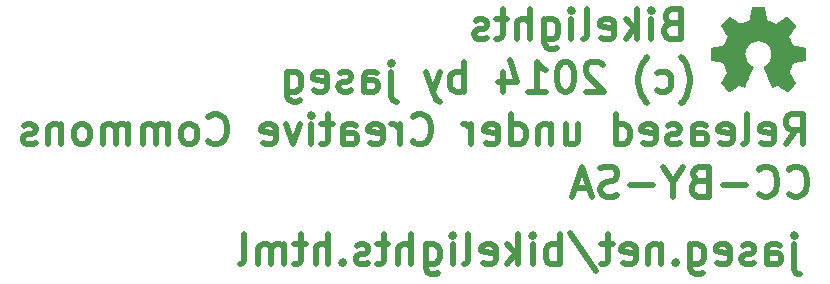
<source format=gbo>
G04 (created by PCBNEW (2013-may-18)-stable) date Sat 11 Jan 2014 03:04:39 PM CET*
%MOIN*%
G04 Gerber Fmt 3.4, Leading zero omitted, Abs format*
%FSLAX34Y34*%
G01*
G70*
G90*
G04 APERTURE LIST*
%ADD10C,0.00590551*%
%ADD11C,0.02*%
%ADD12C,0.0001*%
G04 APERTURE END LIST*
G54D10*
G54D11*
X40940Y-44238D02*
X40940Y-45095D01*
X40988Y-45190D01*
X41083Y-45238D01*
X41130Y-45238D01*
X40940Y-43904D02*
X40988Y-43952D01*
X40940Y-44000D01*
X40892Y-43952D01*
X40940Y-43904D01*
X40940Y-44000D01*
X40035Y-44904D02*
X40035Y-44380D01*
X40083Y-44285D01*
X40178Y-44238D01*
X40369Y-44238D01*
X40464Y-44285D01*
X40035Y-44857D02*
X40130Y-44904D01*
X40369Y-44904D01*
X40464Y-44857D01*
X40511Y-44761D01*
X40511Y-44666D01*
X40464Y-44571D01*
X40369Y-44523D01*
X40130Y-44523D01*
X40035Y-44476D01*
X39607Y-44857D02*
X39511Y-44904D01*
X39321Y-44904D01*
X39226Y-44857D01*
X39178Y-44761D01*
X39178Y-44714D01*
X39226Y-44619D01*
X39321Y-44571D01*
X39464Y-44571D01*
X39559Y-44523D01*
X39607Y-44428D01*
X39607Y-44380D01*
X39559Y-44285D01*
X39464Y-44238D01*
X39321Y-44238D01*
X39226Y-44285D01*
X38369Y-44857D02*
X38464Y-44904D01*
X38654Y-44904D01*
X38750Y-44857D01*
X38797Y-44761D01*
X38797Y-44380D01*
X38750Y-44285D01*
X38654Y-44238D01*
X38464Y-44238D01*
X38369Y-44285D01*
X38321Y-44380D01*
X38321Y-44476D01*
X38797Y-44571D01*
X37464Y-44238D02*
X37464Y-45047D01*
X37511Y-45142D01*
X37559Y-45190D01*
X37654Y-45238D01*
X37797Y-45238D01*
X37892Y-45190D01*
X37464Y-44857D02*
X37559Y-44904D01*
X37750Y-44904D01*
X37845Y-44857D01*
X37892Y-44809D01*
X37940Y-44714D01*
X37940Y-44428D01*
X37892Y-44333D01*
X37845Y-44285D01*
X37750Y-44238D01*
X37559Y-44238D01*
X37464Y-44285D01*
X36988Y-44809D02*
X36940Y-44857D01*
X36988Y-44904D01*
X37035Y-44857D01*
X36988Y-44809D01*
X36988Y-44904D01*
X36511Y-44238D02*
X36511Y-44904D01*
X36511Y-44333D02*
X36464Y-44285D01*
X36369Y-44238D01*
X36226Y-44238D01*
X36130Y-44285D01*
X36083Y-44380D01*
X36083Y-44904D01*
X35226Y-44857D02*
X35321Y-44904D01*
X35511Y-44904D01*
X35607Y-44857D01*
X35654Y-44761D01*
X35654Y-44380D01*
X35607Y-44285D01*
X35511Y-44238D01*
X35321Y-44238D01*
X35226Y-44285D01*
X35178Y-44380D01*
X35178Y-44476D01*
X35654Y-44571D01*
X34892Y-44238D02*
X34511Y-44238D01*
X34750Y-43904D02*
X34750Y-44761D01*
X34702Y-44857D01*
X34607Y-44904D01*
X34511Y-44904D01*
X33464Y-43857D02*
X34321Y-45142D01*
X33130Y-44904D02*
X33130Y-43904D01*
X33130Y-44285D02*
X33035Y-44238D01*
X32845Y-44238D01*
X32750Y-44285D01*
X32702Y-44333D01*
X32654Y-44428D01*
X32654Y-44714D01*
X32702Y-44809D01*
X32750Y-44857D01*
X32845Y-44904D01*
X33035Y-44904D01*
X33130Y-44857D01*
X32226Y-44904D02*
X32226Y-44238D01*
X32226Y-43904D02*
X32273Y-43952D01*
X32226Y-44000D01*
X32178Y-43952D01*
X32226Y-43904D01*
X32226Y-44000D01*
X31750Y-44904D02*
X31750Y-43904D01*
X31654Y-44523D02*
X31369Y-44904D01*
X31369Y-44238D02*
X31750Y-44619D01*
X30559Y-44857D02*
X30654Y-44904D01*
X30845Y-44904D01*
X30940Y-44857D01*
X30988Y-44761D01*
X30988Y-44380D01*
X30940Y-44285D01*
X30845Y-44238D01*
X30654Y-44238D01*
X30559Y-44285D01*
X30511Y-44380D01*
X30511Y-44476D01*
X30988Y-44571D01*
X29940Y-44904D02*
X30035Y-44857D01*
X30083Y-44761D01*
X30083Y-43904D01*
X29559Y-44904D02*
X29559Y-44238D01*
X29559Y-43904D02*
X29607Y-43952D01*
X29559Y-44000D01*
X29511Y-43952D01*
X29559Y-43904D01*
X29559Y-44000D01*
X28654Y-44238D02*
X28654Y-45047D01*
X28702Y-45142D01*
X28750Y-45190D01*
X28845Y-45238D01*
X28988Y-45238D01*
X29083Y-45190D01*
X28654Y-44857D02*
X28750Y-44904D01*
X28940Y-44904D01*
X29035Y-44857D01*
X29083Y-44809D01*
X29130Y-44714D01*
X29130Y-44428D01*
X29083Y-44333D01*
X29035Y-44285D01*
X28940Y-44238D01*
X28750Y-44238D01*
X28654Y-44285D01*
X28178Y-44904D02*
X28178Y-43904D01*
X27750Y-44904D02*
X27750Y-44380D01*
X27797Y-44285D01*
X27892Y-44238D01*
X28035Y-44238D01*
X28130Y-44285D01*
X28178Y-44333D01*
X27416Y-44238D02*
X27035Y-44238D01*
X27273Y-43904D02*
X27273Y-44761D01*
X27226Y-44857D01*
X27130Y-44904D01*
X27035Y-44904D01*
X26750Y-44857D02*
X26654Y-44904D01*
X26464Y-44904D01*
X26369Y-44857D01*
X26321Y-44761D01*
X26321Y-44714D01*
X26369Y-44619D01*
X26464Y-44571D01*
X26607Y-44571D01*
X26702Y-44523D01*
X26750Y-44428D01*
X26750Y-44380D01*
X26702Y-44285D01*
X26607Y-44238D01*
X26464Y-44238D01*
X26369Y-44285D01*
X25892Y-44809D02*
X25845Y-44857D01*
X25892Y-44904D01*
X25940Y-44857D01*
X25892Y-44809D01*
X25892Y-44904D01*
X25416Y-44904D02*
X25416Y-43904D01*
X24988Y-44904D02*
X24988Y-44380D01*
X25035Y-44285D01*
X25130Y-44238D01*
X25273Y-44238D01*
X25369Y-44285D01*
X25416Y-44333D01*
X24654Y-44238D02*
X24273Y-44238D01*
X24511Y-43904D02*
X24511Y-44761D01*
X24464Y-44857D01*
X24369Y-44904D01*
X24273Y-44904D01*
X23940Y-44904D02*
X23940Y-44238D01*
X23940Y-44333D02*
X23892Y-44285D01*
X23797Y-44238D01*
X23654Y-44238D01*
X23559Y-44285D01*
X23511Y-44380D01*
X23511Y-44904D01*
X23511Y-44380D02*
X23464Y-44285D01*
X23369Y-44238D01*
X23226Y-44238D01*
X23130Y-44285D01*
X23083Y-44380D01*
X23083Y-44904D01*
X22464Y-44904D02*
X22559Y-44857D01*
X22607Y-44761D01*
X22607Y-43904D01*
X40761Y-42559D02*
X40809Y-42607D01*
X40952Y-42654D01*
X41047Y-42654D01*
X41190Y-42607D01*
X41285Y-42511D01*
X41333Y-42416D01*
X41380Y-42226D01*
X41380Y-42083D01*
X41333Y-41892D01*
X41285Y-41797D01*
X41190Y-41702D01*
X41047Y-41654D01*
X40952Y-41654D01*
X40809Y-41702D01*
X40761Y-41750D01*
X39761Y-42559D02*
X39809Y-42607D01*
X39952Y-42654D01*
X40047Y-42654D01*
X40190Y-42607D01*
X40285Y-42511D01*
X40333Y-42416D01*
X40380Y-42226D01*
X40380Y-42083D01*
X40333Y-41892D01*
X40285Y-41797D01*
X40190Y-41702D01*
X40047Y-41654D01*
X39952Y-41654D01*
X39809Y-41702D01*
X39761Y-41750D01*
X39333Y-42273D02*
X38571Y-42273D01*
X37761Y-42130D02*
X37619Y-42178D01*
X37571Y-42226D01*
X37523Y-42321D01*
X37523Y-42464D01*
X37571Y-42559D01*
X37619Y-42607D01*
X37714Y-42654D01*
X38095Y-42654D01*
X38095Y-41654D01*
X37761Y-41654D01*
X37666Y-41702D01*
X37619Y-41750D01*
X37571Y-41845D01*
X37571Y-41940D01*
X37619Y-42035D01*
X37666Y-42083D01*
X37761Y-42130D01*
X38095Y-42130D01*
X36904Y-42178D02*
X36904Y-42654D01*
X37238Y-41654D02*
X36904Y-42178D01*
X36571Y-41654D01*
X36238Y-42273D02*
X35476Y-42273D01*
X35047Y-42607D02*
X34904Y-42654D01*
X34666Y-42654D01*
X34571Y-42607D01*
X34523Y-42559D01*
X34476Y-42464D01*
X34476Y-42369D01*
X34523Y-42273D01*
X34571Y-42226D01*
X34666Y-42178D01*
X34857Y-42130D01*
X34952Y-42083D01*
X35000Y-42035D01*
X35047Y-41940D01*
X35047Y-41845D01*
X35000Y-41750D01*
X34952Y-41702D01*
X34857Y-41654D01*
X34619Y-41654D01*
X34476Y-41702D01*
X34095Y-42369D02*
X33619Y-42369D01*
X34190Y-42654D02*
X33857Y-41654D01*
X33523Y-42654D01*
X40654Y-40904D02*
X40988Y-40428D01*
X41226Y-40904D02*
X41226Y-39904D01*
X40845Y-39904D01*
X40749Y-39952D01*
X40702Y-40000D01*
X40654Y-40095D01*
X40654Y-40238D01*
X40702Y-40333D01*
X40749Y-40380D01*
X40845Y-40428D01*
X41226Y-40428D01*
X39845Y-40857D02*
X39940Y-40904D01*
X40130Y-40904D01*
X40226Y-40857D01*
X40273Y-40761D01*
X40273Y-40380D01*
X40226Y-40285D01*
X40130Y-40238D01*
X39940Y-40238D01*
X39845Y-40285D01*
X39797Y-40380D01*
X39797Y-40476D01*
X40273Y-40571D01*
X39226Y-40904D02*
X39321Y-40857D01*
X39369Y-40761D01*
X39369Y-39904D01*
X38464Y-40857D02*
X38559Y-40904D01*
X38749Y-40904D01*
X38845Y-40857D01*
X38892Y-40761D01*
X38892Y-40380D01*
X38845Y-40285D01*
X38749Y-40238D01*
X38559Y-40238D01*
X38464Y-40285D01*
X38416Y-40380D01*
X38416Y-40476D01*
X38892Y-40571D01*
X37559Y-40904D02*
X37559Y-40380D01*
X37607Y-40285D01*
X37702Y-40238D01*
X37892Y-40238D01*
X37988Y-40285D01*
X37559Y-40857D02*
X37654Y-40904D01*
X37892Y-40904D01*
X37988Y-40857D01*
X38035Y-40761D01*
X38035Y-40666D01*
X37988Y-40571D01*
X37892Y-40523D01*
X37654Y-40523D01*
X37559Y-40476D01*
X37130Y-40857D02*
X37035Y-40904D01*
X36845Y-40904D01*
X36749Y-40857D01*
X36702Y-40761D01*
X36702Y-40714D01*
X36749Y-40619D01*
X36845Y-40571D01*
X36988Y-40571D01*
X37083Y-40523D01*
X37130Y-40428D01*
X37130Y-40380D01*
X37083Y-40285D01*
X36988Y-40238D01*
X36845Y-40238D01*
X36749Y-40285D01*
X35892Y-40857D02*
X35988Y-40904D01*
X36178Y-40904D01*
X36273Y-40857D01*
X36321Y-40761D01*
X36321Y-40380D01*
X36273Y-40285D01*
X36178Y-40238D01*
X35988Y-40238D01*
X35892Y-40285D01*
X35845Y-40380D01*
X35845Y-40476D01*
X36321Y-40571D01*
X34988Y-40904D02*
X34988Y-39904D01*
X34988Y-40857D02*
X35083Y-40904D01*
X35273Y-40904D01*
X35369Y-40857D01*
X35416Y-40809D01*
X35464Y-40714D01*
X35464Y-40428D01*
X35416Y-40333D01*
X35369Y-40285D01*
X35273Y-40238D01*
X35083Y-40238D01*
X34988Y-40285D01*
X33321Y-40238D02*
X33321Y-40904D01*
X33750Y-40238D02*
X33750Y-40761D01*
X33702Y-40857D01*
X33607Y-40904D01*
X33464Y-40904D01*
X33369Y-40857D01*
X33321Y-40809D01*
X32845Y-40238D02*
X32845Y-40904D01*
X32845Y-40333D02*
X32797Y-40285D01*
X32702Y-40238D01*
X32559Y-40238D01*
X32464Y-40285D01*
X32416Y-40380D01*
X32416Y-40904D01*
X31511Y-40904D02*
X31511Y-39904D01*
X31511Y-40857D02*
X31607Y-40904D01*
X31797Y-40904D01*
X31892Y-40857D01*
X31940Y-40809D01*
X31988Y-40714D01*
X31988Y-40428D01*
X31940Y-40333D01*
X31892Y-40285D01*
X31797Y-40238D01*
X31607Y-40238D01*
X31511Y-40285D01*
X30654Y-40857D02*
X30750Y-40904D01*
X30940Y-40904D01*
X31035Y-40857D01*
X31083Y-40761D01*
X31083Y-40380D01*
X31035Y-40285D01*
X30940Y-40238D01*
X30750Y-40238D01*
X30654Y-40285D01*
X30607Y-40380D01*
X30607Y-40476D01*
X31083Y-40571D01*
X30178Y-40904D02*
X30178Y-40238D01*
X30178Y-40428D02*
X30130Y-40333D01*
X30083Y-40285D01*
X29988Y-40238D01*
X29892Y-40238D01*
X28226Y-40809D02*
X28273Y-40857D01*
X28416Y-40904D01*
X28511Y-40904D01*
X28654Y-40857D01*
X28750Y-40761D01*
X28797Y-40666D01*
X28845Y-40476D01*
X28845Y-40333D01*
X28797Y-40142D01*
X28750Y-40047D01*
X28654Y-39952D01*
X28511Y-39904D01*
X28416Y-39904D01*
X28273Y-39952D01*
X28226Y-40000D01*
X27797Y-40904D02*
X27797Y-40238D01*
X27797Y-40428D02*
X27750Y-40333D01*
X27702Y-40285D01*
X27607Y-40238D01*
X27511Y-40238D01*
X26797Y-40857D02*
X26892Y-40904D01*
X27083Y-40904D01*
X27178Y-40857D01*
X27226Y-40761D01*
X27226Y-40380D01*
X27178Y-40285D01*
X27083Y-40238D01*
X26892Y-40238D01*
X26797Y-40285D01*
X26750Y-40380D01*
X26750Y-40476D01*
X27226Y-40571D01*
X25892Y-40904D02*
X25892Y-40380D01*
X25940Y-40285D01*
X26035Y-40238D01*
X26226Y-40238D01*
X26321Y-40285D01*
X25892Y-40857D02*
X25988Y-40904D01*
X26226Y-40904D01*
X26321Y-40857D01*
X26369Y-40761D01*
X26369Y-40666D01*
X26321Y-40571D01*
X26226Y-40523D01*
X25988Y-40523D01*
X25892Y-40476D01*
X25559Y-40238D02*
X25178Y-40238D01*
X25416Y-39904D02*
X25416Y-40761D01*
X25369Y-40857D01*
X25273Y-40904D01*
X25178Y-40904D01*
X24845Y-40904D02*
X24845Y-40238D01*
X24845Y-39904D02*
X24892Y-39952D01*
X24845Y-40000D01*
X24797Y-39952D01*
X24845Y-39904D01*
X24845Y-40000D01*
X24464Y-40238D02*
X24226Y-40904D01*
X23988Y-40238D01*
X23226Y-40857D02*
X23321Y-40904D01*
X23511Y-40904D01*
X23607Y-40857D01*
X23654Y-40761D01*
X23654Y-40380D01*
X23607Y-40285D01*
X23511Y-40238D01*
X23321Y-40238D01*
X23226Y-40285D01*
X23178Y-40380D01*
X23178Y-40476D01*
X23654Y-40571D01*
X21416Y-40809D02*
X21464Y-40857D01*
X21607Y-40904D01*
X21702Y-40904D01*
X21845Y-40857D01*
X21940Y-40761D01*
X21988Y-40666D01*
X22035Y-40476D01*
X22035Y-40333D01*
X21988Y-40142D01*
X21940Y-40047D01*
X21845Y-39952D01*
X21702Y-39904D01*
X21607Y-39904D01*
X21464Y-39952D01*
X21416Y-40000D01*
X20845Y-40904D02*
X20940Y-40857D01*
X20988Y-40809D01*
X21035Y-40714D01*
X21035Y-40428D01*
X20988Y-40333D01*
X20940Y-40285D01*
X20845Y-40238D01*
X20702Y-40238D01*
X20607Y-40285D01*
X20559Y-40333D01*
X20511Y-40428D01*
X20511Y-40714D01*
X20559Y-40809D01*
X20607Y-40857D01*
X20702Y-40904D01*
X20845Y-40904D01*
X20083Y-40904D02*
X20083Y-40238D01*
X20083Y-40333D02*
X20035Y-40285D01*
X19940Y-40238D01*
X19797Y-40238D01*
X19702Y-40285D01*
X19654Y-40380D01*
X19654Y-40904D01*
X19654Y-40380D02*
X19607Y-40285D01*
X19511Y-40238D01*
X19369Y-40238D01*
X19273Y-40285D01*
X19226Y-40380D01*
X19226Y-40904D01*
X18750Y-40904D02*
X18750Y-40238D01*
X18750Y-40333D02*
X18702Y-40285D01*
X18607Y-40238D01*
X18464Y-40238D01*
X18369Y-40285D01*
X18321Y-40380D01*
X18321Y-40904D01*
X18321Y-40380D02*
X18273Y-40285D01*
X18178Y-40238D01*
X18035Y-40238D01*
X17940Y-40285D01*
X17892Y-40380D01*
X17892Y-40904D01*
X17273Y-40904D02*
X17369Y-40857D01*
X17416Y-40809D01*
X17464Y-40714D01*
X17464Y-40428D01*
X17416Y-40333D01*
X17369Y-40285D01*
X17273Y-40238D01*
X17130Y-40238D01*
X17035Y-40285D01*
X16988Y-40333D01*
X16940Y-40428D01*
X16940Y-40714D01*
X16988Y-40809D01*
X17035Y-40857D01*
X17130Y-40904D01*
X17273Y-40904D01*
X16511Y-40238D02*
X16511Y-40904D01*
X16511Y-40333D02*
X16464Y-40285D01*
X16369Y-40238D01*
X16226Y-40238D01*
X16130Y-40285D01*
X16083Y-40380D01*
X16083Y-40904D01*
X15654Y-40857D02*
X15559Y-40904D01*
X15369Y-40904D01*
X15273Y-40857D01*
X15226Y-40761D01*
X15226Y-40714D01*
X15273Y-40619D01*
X15369Y-40571D01*
X15511Y-40571D01*
X15607Y-40523D01*
X15654Y-40428D01*
X15654Y-40380D01*
X15607Y-40285D01*
X15511Y-40238D01*
X15369Y-40238D01*
X15273Y-40285D01*
X37178Y-39535D02*
X37226Y-39488D01*
X37321Y-39345D01*
X37369Y-39250D01*
X37416Y-39107D01*
X37464Y-38869D01*
X37464Y-38678D01*
X37416Y-38440D01*
X37369Y-38297D01*
X37321Y-38202D01*
X37226Y-38059D01*
X37178Y-38011D01*
X36369Y-39107D02*
X36464Y-39154D01*
X36654Y-39154D01*
X36750Y-39107D01*
X36797Y-39059D01*
X36845Y-38964D01*
X36845Y-38678D01*
X36797Y-38583D01*
X36750Y-38535D01*
X36654Y-38488D01*
X36464Y-38488D01*
X36369Y-38535D01*
X36035Y-39535D02*
X35988Y-39488D01*
X35892Y-39345D01*
X35845Y-39250D01*
X35797Y-39107D01*
X35750Y-38869D01*
X35750Y-38678D01*
X35797Y-38440D01*
X35845Y-38297D01*
X35892Y-38202D01*
X35988Y-38059D01*
X36035Y-38011D01*
X34559Y-38250D02*
X34511Y-38202D01*
X34416Y-38154D01*
X34178Y-38154D01*
X34083Y-38202D01*
X34035Y-38250D01*
X33988Y-38345D01*
X33988Y-38440D01*
X34035Y-38583D01*
X34607Y-39154D01*
X33988Y-39154D01*
X33369Y-38154D02*
X33273Y-38154D01*
X33178Y-38202D01*
X33130Y-38250D01*
X33083Y-38345D01*
X33035Y-38535D01*
X33035Y-38773D01*
X33083Y-38964D01*
X33130Y-39059D01*
X33178Y-39107D01*
X33273Y-39154D01*
X33369Y-39154D01*
X33464Y-39107D01*
X33511Y-39059D01*
X33559Y-38964D01*
X33607Y-38773D01*
X33607Y-38535D01*
X33559Y-38345D01*
X33511Y-38250D01*
X33464Y-38202D01*
X33369Y-38154D01*
X32083Y-39154D02*
X32654Y-39154D01*
X32369Y-39154D02*
X32369Y-38154D01*
X32464Y-38297D01*
X32559Y-38392D01*
X32654Y-38440D01*
X31226Y-38488D02*
X31226Y-39154D01*
X31464Y-38107D02*
X31702Y-38821D01*
X31083Y-38821D01*
X29940Y-39154D02*
X29940Y-38154D01*
X29940Y-38535D02*
X29845Y-38488D01*
X29654Y-38488D01*
X29559Y-38535D01*
X29511Y-38583D01*
X29464Y-38678D01*
X29464Y-38964D01*
X29511Y-39059D01*
X29559Y-39107D01*
X29654Y-39154D01*
X29845Y-39154D01*
X29940Y-39107D01*
X29130Y-38488D02*
X28892Y-39154D01*
X28654Y-38488D02*
X28892Y-39154D01*
X28988Y-39392D01*
X29035Y-39440D01*
X29130Y-39488D01*
X27511Y-38488D02*
X27511Y-39345D01*
X27559Y-39440D01*
X27654Y-39488D01*
X27702Y-39488D01*
X27511Y-38154D02*
X27559Y-38202D01*
X27511Y-38250D01*
X27464Y-38202D01*
X27511Y-38154D01*
X27511Y-38250D01*
X26607Y-39154D02*
X26607Y-38630D01*
X26654Y-38535D01*
X26749Y-38488D01*
X26940Y-38488D01*
X27035Y-38535D01*
X26607Y-39107D02*
X26702Y-39154D01*
X26940Y-39154D01*
X27035Y-39107D01*
X27083Y-39011D01*
X27083Y-38916D01*
X27035Y-38821D01*
X26940Y-38773D01*
X26702Y-38773D01*
X26607Y-38726D01*
X26178Y-39107D02*
X26083Y-39154D01*
X25892Y-39154D01*
X25797Y-39107D01*
X25749Y-39011D01*
X25749Y-38964D01*
X25797Y-38869D01*
X25892Y-38821D01*
X26035Y-38821D01*
X26130Y-38773D01*
X26178Y-38678D01*
X26178Y-38630D01*
X26130Y-38535D01*
X26035Y-38488D01*
X25892Y-38488D01*
X25797Y-38535D01*
X24940Y-39107D02*
X25035Y-39154D01*
X25226Y-39154D01*
X25321Y-39107D01*
X25369Y-39011D01*
X25369Y-38630D01*
X25321Y-38535D01*
X25226Y-38488D01*
X25035Y-38488D01*
X24940Y-38535D01*
X24892Y-38630D01*
X24892Y-38726D01*
X25369Y-38821D01*
X24035Y-38488D02*
X24035Y-39297D01*
X24083Y-39392D01*
X24130Y-39440D01*
X24226Y-39488D01*
X24369Y-39488D01*
X24464Y-39440D01*
X24035Y-39107D02*
X24130Y-39154D01*
X24321Y-39154D01*
X24416Y-39107D01*
X24464Y-39059D01*
X24511Y-38964D01*
X24511Y-38678D01*
X24464Y-38583D01*
X24416Y-38535D01*
X24321Y-38488D01*
X24130Y-38488D01*
X24035Y-38535D01*
X36845Y-36880D02*
X36702Y-36928D01*
X36654Y-36976D01*
X36607Y-37071D01*
X36607Y-37214D01*
X36654Y-37309D01*
X36702Y-37357D01*
X36797Y-37404D01*
X37178Y-37404D01*
X37178Y-36404D01*
X36845Y-36404D01*
X36750Y-36452D01*
X36702Y-36500D01*
X36654Y-36595D01*
X36654Y-36690D01*
X36702Y-36785D01*
X36750Y-36833D01*
X36845Y-36880D01*
X37178Y-36880D01*
X36178Y-37404D02*
X36178Y-36738D01*
X36178Y-36404D02*
X36226Y-36452D01*
X36178Y-36500D01*
X36130Y-36452D01*
X36178Y-36404D01*
X36178Y-36500D01*
X35702Y-37404D02*
X35702Y-36404D01*
X35607Y-37023D02*
X35321Y-37404D01*
X35321Y-36738D02*
X35702Y-37119D01*
X34511Y-37357D02*
X34607Y-37404D01*
X34797Y-37404D01*
X34892Y-37357D01*
X34940Y-37261D01*
X34940Y-36880D01*
X34892Y-36785D01*
X34797Y-36738D01*
X34607Y-36738D01*
X34511Y-36785D01*
X34464Y-36880D01*
X34464Y-36976D01*
X34940Y-37071D01*
X33892Y-37404D02*
X33988Y-37357D01*
X34035Y-37261D01*
X34035Y-36404D01*
X33511Y-37404D02*
X33511Y-36738D01*
X33511Y-36404D02*
X33559Y-36452D01*
X33511Y-36500D01*
X33464Y-36452D01*
X33511Y-36404D01*
X33511Y-36500D01*
X32607Y-36738D02*
X32607Y-37547D01*
X32654Y-37642D01*
X32702Y-37690D01*
X32797Y-37738D01*
X32940Y-37738D01*
X33035Y-37690D01*
X32607Y-37357D02*
X32702Y-37404D01*
X32892Y-37404D01*
X32988Y-37357D01*
X33035Y-37309D01*
X33083Y-37214D01*
X33083Y-36928D01*
X33035Y-36833D01*
X32988Y-36785D01*
X32892Y-36738D01*
X32702Y-36738D01*
X32607Y-36785D01*
X32130Y-37404D02*
X32130Y-36404D01*
X31702Y-37404D02*
X31702Y-36880D01*
X31750Y-36785D01*
X31845Y-36738D01*
X31988Y-36738D01*
X32083Y-36785D01*
X32130Y-36833D01*
X31369Y-36738D02*
X30988Y-36738D01*
X31226Y-36404D02*
X31226Y-37261D01*
X31178Y-37357D01*
X31083Y-37404D01*
X30988Y-37404D01*
X30702Y-37357D02*
X30607Y-37404D01*
X30416Y-37404D01*
X30321Y-37357D01*
X30273Y-37261D01*
X30273Y-37214D01*
X30321Y-37119D01*
X30416Y-37071D01*
X30559Y-37071D01*
X30654Y-37023D01*
X30702Y-36928D01*
X30702Y-36880D01*
X30654Y-36785D01*
X30559Y-36738D01*
X30416Y-36738D01*
X30321Y-36785D01*
G54D12*
G36*
X40704Y-39164D02*
X40688Y-39156D01*
X40651Y-39133D01*
X40598Y-39098D01*
X40536Y-39057D01*
X40474Y-39014D01*
X40423Y-38980D01*
X40387Y-38957D01*
X40372Y-38949D01*
X40364Y-38951D01*
X40334Y-38966D01*
X40291Y-38988D01*
X40266Y-39001D01*
X40227Y-39018D01*
X40207Y-39022D01*
X40204Y-39016D01*
X40189Y-38986D01*
X40167Y-38934D01*
X40137Y-38866D01*
X40103Y-38786D01*
X40066Y-38700D01*
X40030Y-38612D01*
X39995Y-38528D01*
X39964Y-38453D01*
X39939Y-38392D01*
X39923Y-38349D01*
X39917Y-38331D01*
X39919Y-38327D01*
X39939Y-38308D01*
X39973Y-38282D01*
X40048Y-38221D01*
X40121Y-38129D01*
X40166Y-38025D01*
X40181Y-37909D01*
X40168Y-37802D01*
X40126Y-37699D01*
X40054Y-37606D01*
X39967Y-37537D01*
X39865Y-37493D01*
X39750Y-37479D01*
X39640Y-37491D01*
X39535Y-37533D01*
X39442Y-37604D01*
X39403Y-37649D01*
X39349Y-37743D01*
X39318Y-37844D01*
X39315Y-37869D01*
X39319Y-37980D01*
X39352Y-38086D01*
X39410Y-38181D01*
X39491Y-38258D01*
X39502Y-38266D01*
X39539Y-38294D01*
X39564Y-38313D01*
X39584Y-38329D01*
X39443Y-38668D01*
X39421Y-38722D01*
X39382Y-38815D01*
X39348Y-38895D01*
X39321Y-38958D01*
X39302Y-39001D01*
X39294Y-39018D01*
X39293Y-39019D01*
X39281Y-39021D01*
X39255Y-39011D01*
X39208Y-38988D01*
X39176Y-38972D01*
X39140Y-38955D01*
X39124Y-38949D01*
X39110Y-38956D01*
X39076Y-38979D01*
X39025Y-39012D01*
X38965Y-39053D01*
X38907Y-39093D01*
X38854Y-39128D01*
X38815Y-39152D01*
X38796Y-39163D01*
X38793Y-39163D01*
X38777Y-39153D01*
X38746Y-39128D01*
X38700Y-39084D01*
X38635Y-39020D01*
X38625Y-39010D01*
X38571Y-38955D01*
X38527Y-38909D01*
X38498Y-38877D01*
X38488Y-38862D01*
X38488Y-38862D01*
X38497Y-38843D01*
X38522Y-38805D01*
X38557Y-38751D01*
X38600Y-38688D01*
X38712Y-38525D01*
X38650Y-38371D01*
X38631Y-38324D01*
X38607Y-38267D01*
X38590Y-38226D01*
X38580Y-38208D01*
X38564Y-38202D01*
X38521Y-38192D01*
X38460Y-38179D01*
X38388Y-38166D01*
X38318Y-38153D01*
X38255Y-38141D01*
X38210Y-38132D01*
X38190Y-38128D01*
X38185Y-38125D01*
X38181Y-38115D01*
X38178Y-38094D01*
X38177Y-38056D01*
X38176Y-37996D01*
X38176Y-37909D01*
X38176Y-37900D01*
X38177Y-37817D01*
X38178Y-37751D01*
X38180Y-37708D01*
X38183Y-37691D01*
X38183Y-37691D01*
X38203Y-37686D01*
X38247Y-37677D01*
X38310Y-37664D01*
X38385Y-37650D01*
X38389Y-37649D01*
X38464Y-37635D01*
X38526Y-37622D01*
X38570Y-37612D01*
X38588Y-37606D01*
X38592Y-37601D01*
X38607Y-37572D01*
X38629Y-37526D01*
X38653Y-37469D01*
X38678Y-37411D01*
X38699Y-37358D01*
X38713Y-37319D01*
X38717Y-37301D01*
X38717Y-37301D01*
X38706Y-37283D01*
X38680Y-37244D01*
X38644Y-37191D01*
X38600Y-37127D01*
X38597Y-37122D01*
X38554Y-37059D01*
X38519Y-37006D01*
X38496Y-36968D01*
X38488Y-36951D01*
X38488Y-36950D01*
X38502Y-36931D01*
X38534Y-36896D01*
X38580Y-36848D01*
X38635Y-36792D01*
X38653Y-36775D01*
X38714Y-36715D01*
X38756Y-36676D01*
X38783Y-36655D01*
X38796Y-36650D01*
X38796Y-36651D01*
X38815Y-36662D01*
X38855Y-36688D01*
X38909Y-36725D01*
X38973Y-36768D01*
X38977Y-36771D01*
X39040Y-36814D01*
X39092Y-36849D01*
X39130Y-36874D01*
X39146Y-36884D01*
X39149Y-36884D01*
X39174Y-36876D01*
X39219Y-36861D01*
X39274Y-36839D01*
X39332Y-36816D01*
X39385Y-36794D01*
X39425Y-36775D01*
X39444Y-36765D01*
X39444Y-36764D01*
X39451Y-36741D01*
X39462Y-36694D01*
X39475Y-36629D01*
X39490Y-36552D01*
X39492Y-36540D01*
X39506Y-36465D01*
X39518Y-36403D01*
X39527Y-36360D01*
X39532Y-36342D01*
X39542Y-36340D01*
X39579Y-36337D01*
X39635Y-36336D01*
X39703Y-36335D01*
X39774Y-36336D01*
X39843Y-36337D01*
X39903Y-36339D01*
X39945Y-36342D01*
X39963Y-36346D01*
X39964Y-36347D01*
X39970Y-36370D01*
X39980Y-36417D01*
X39994Y-36482D01*
X40009Y-36560D01*
X40011Y-36573D01*
X40025Y-36648D01*
X40038Y-36709D01*
X40047Y-36752D01*
X40052Y-36768D01*
X40058Y-36772D01*
X40089Y-36785D01*
X40139Y-36806D01*
X40202Y-36831D01*
X40346Y-36890D01*
X40522Y-36768D01*
X40539Y-36757D01*
X40602Y-36714D01*
X40655Y-36679D01*
X40691Y-36656D01*
X40706Y-36647D01*
X40707Y-36648D01*
X40725Y-36663D01*
X40760Y-36696D01*
X40808Y-36743D01*
X40863Y-36798D01*
X40904Y-36839D01*
X40953Y-36889D01*
X40984Y-36922D01*
X41001Y-36944D01*
X41007Y-36957D01*
X41005Y-36965D01*
X40994Y-36983D01*
X40968Y-37022D01*
X40932Y-37076D01*
X40889Y-37138D01*
X40853Y-37191D01*
X40815Y-37250D01*
X40790Y-37292D01*
X40781Y-37313D01*
X40783Y-37322D01*
X40796Y-37356D01*
X40817Y-37409D01*
X40843Y-37471D01*
X40905Y-37611D01*
X40997Y-37628D01*
X41052Y-37639D01*
X41130Y-37654D01*
X41204Y-37668D01*
X41320Y-37691D01*
X41324Y-38117D01*
X41306Y-38125D01*
X41289Y-38130D01*
X41246Y-38139D01*
X41185Y-38151D01*
X41112Y-38165D01*
X41051Y-38177D01*
X40988Y-38188D01*
X40944Y-38197D01*
X40924Y-38201D01*
X40919Y-38208D01*
X40903Y-38238D01*
X40881Y-38286D01*
X40857Y-38344D01*
X40832Y-38403D01*
X40810Y-38458D01*
X40794Y-38500D01*
X40789Y-38522D01*
X40797Y-38539D01*
X40821Y-38575D01*
X40855Y-38627D01*
X40897Y-38689D01*
X40940Y-38751D01*
X40975Y-38804D01*
X41000Y-38842D01*
X41010Y-38859D01*
X41005Y-38871D01*
X40981Y-38901D01*
X40934Y-38949D01*
X40865Y-39018D01*
X40853Y-39029D01*
X40798Y-39082D01*
X40751Y-39125D01*
X40719Y-39154D01*
X40704Y-39164D01*
X40704Y-39164D01*
G37*
M02*

</source>
